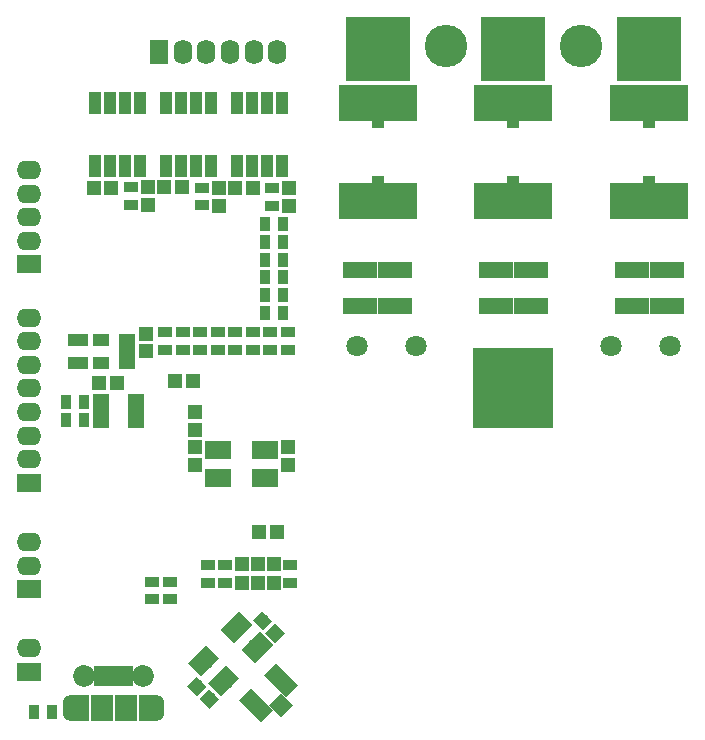
<source format=gbr>
G04 #@! TF.GenerationSoftware,KiCad,Pcbnew,(2017-08-25 revision dd37d0595)-makepkg*
G04 #@! TF.CreationDate,2018-04-16T21:33:22-04:00*
G04 #@! TF.ProjectId,VESC_6.4,564553435F362E342E6B696361645F70,rev?*
G04 #@! TF.SameCoordinates,Original*
G04 #@! TF.FileFunction,Soldermask,Bot*
G04 #@! TF.FilePolarity,Negative*
%FSLAX46Y46*%
G04 Gerber Fmt 4.6, Leading zero omitted, Abs format (unit mm)*
G04 Created by KiCad (PCBNEW (2017-08-25 revision dd37d0595)-makepkg) date 04/16/18 21:33:22*
%MOMM*%
%LPD*%
G01*
G04 APERTURE LIST*
%ADD10R,1.000000X1.000000*%
%ADD11R,6.600000X3.100000*%
%ADD12R,1.600000X2.300000*%
%ADD13O,1.600000X2.300000*%
%ADD14R,1.900000X2.300000*%
%ADD15C,1.850000*%
%ADD16R,0.800000X1.750000*%
%ADD17C,3.600000*%
%ADD18C,1.800000*%
%ADD19R,6.900000X6.900000*%
%ADD20R,5.400000X5.400000*%
%ADD21O,2.100000X1.600000*%
%ADD22R,2.100000X1.600000*%
%ADD23R,1.150000X1.200000*%
%ADD24R,1.200000X1.150000*%
%ADD25R,1.400000X2.900000*%
%ADD26R,2.900000X1.400000*%
%ADD27C,1.150000*%
%ADD28C,0.100000*%
%ADD29R,1.200000X1.200000*%
%ADD30O,1.600000X2.100000*%
%ADD31R,1.600000X2.100000*%
%ADD32R,1.700000X1.100000*%
%ADD33R,0.900000X1.300000*%
%ADD34R,1.300000X0.900000*%
%ADD35R,1.000000X1.950000*%
%ADD36C,1.400000*%
%ADD37R,2.200000X1.600000*%
%ADD38C,1.600000*%
%ADD39R,1.460000X1.050000*%
G04 APERTURE END LIST*
D10*
X166707400Y-73564900D03*
X166707400Y-78644900D03*
D11*
X166707400Y-80254900D03*
X166707400Y-71954900D03*
D12*
X135772480Y-123182900D03*
X129972480Y-123182900D03*
D13*
X129372480Y-123182900D03*
X136372480Y-123182900D03*
D14*
X133872480Y-123182900D03*
D15*
X130372480Y-120482900D03*
D16*
X132872480Y-120482900D03*
X132222480Y-120482900D03*
X131572480Y-120482900D03*
X134172480Y-120482900D03*
X133522480Y-120482900D03*
D15*
X135372480Y-120482900D03*
D14*
X131872480Y-123182900D03*
D17*
X160957400Y-67104900D03*
X172457400Y-67104900D03*
D18*
X174957400Y-92504900D03*
X179957400Y-92504900D03*
X158457400Y-92504900D03*
X153457400Y-92504900D03*
D19*
X166707400Y-96104900D03*
D20*
X178207400Y-67354900D03*
X166707400Y-67354900D03*
X155207400Y-67354900D03*
D21*
X125707400Y-118116600D03*
D22*
X125707400Y-120116600D03*
D23*
X147599400Y-102553200D03*
X147599400Y-101053200D03*
D24*
X138035600Y-95453200D03*
X139535600Y-95453200D03*
D23*
X139766040Y-99627120D03*
X139766040Y-98127120D03*
X139738100Y-102553200D03*
X139738100Y-101053200D03*
D24*
X146646900Y-108267500D03*
X145146900Y-108267500D03*
D23*
X135585200Y-91477400D03*
X135585200Y-92977400D03*
D24*
X131647500Y-95618300D03*
X133147500Y-95618300D03*
D25*
X134748400Y-97993200D03*
X131748400Y-97993200D03*
D24*
X143153700Y-79121000D03*
X144653700Y-79121000D03*
D23*
X147695402Y-79133000D03*
X147695402Y-80633000D03*
X141777202Y-79120300D03*
X141777202Y-80620300D03*
X135770102Y-80582200D03*
X135770102Y-79082200D03*
D26*
X156707400Y-86104900D03*
X156707400Y-89104900D03*
X153707400Y-89104900D03*
X153707400Y-86104900D03*
D24*
X138659300Y-79070200D03*
X137159300Y-79070200D03*
D26*
X168207400Y-86104900D03*
X168207400Y-89104900D03*
X165207400Y-89104900D03*
X165207400Y-86104900D03*
D24*
X131152200Y-79095600D03*
X132652200Y-79095600D03*
D26*
X176707400Y-86104900D03*
X176707400Y-89104900D03*
X179707400Y-89104900D03*
X179707400Y-86104900D03*
D27*
X140979630Y-122399530D03*
D28*
G36*
X141810480Y-122417208D02*
X140997308Y-123230380D01*
X140148780Y-122381852D01*
X140961952Y-121568680D01*
X141810480Y-122417208D01*
X141810480Y-122417208D01*
G37*
D27*
X139918970Y-121338870D03*
D28*
G36*
X140749820Y-121356548D02*
X139936648Y-122169720D01*
X139088120Y-121321192D01*
X139901292Y-120508020D01*
X140749820Y-121356548D01*
X140749820Y-121356548D01*
G37*
D27*
X146532600Y-116827300D03*
D28*
G36*
X145701750Y-116809622D02*
X146514922Y-115996450D01*
X147363450Y-116844978D01*
X146550278Y-117658150D01*
X145701750Y-116809622D01*
X145701750Y-116809622D01*
G37*
D27*
X145471940Y-115766640D03*
D28*
G36*
X144641090Y-115748962D02*
X145454262Y-114935790D01*
X146302790Y-115784318D01*
X145489618Y-116597490D01*
X144641090Y-115748962D01*
X144641090Y-115748962D01*
G37*
D29*
X146418300Y-110985400D03*
X146418300Y-112585400D03*
X143687800Y-112585400D03*
X143687800Y-110985400D03*
X145046700Y-112585400D03*
X145046700Y-110985400D03*
D30*
X146707400Y-67604900D03*
X144707400Y-67604900D03*
X142707400Y-67604900D03*
X140707400Y-67604900D03*
X138707400Y-67604900D03*
D31*
X136707400Y-67604900D03*
D21*
X125707400Y-90104900D03*
X125707400Y-92104900D03*
X125707400Y-94104900D03*
X125707400Y-96104900D03*
X125707400Y-98104900D03*
X125707400Y-100104900D03*
X125707400Y-102104900D03*
D22*
X125707400Y-104104900D03*
D21*
X125707400Y-109104900D03*
X125707400Y-111104900D03*
D22*
X125707400Y-113104900D03*
D21*
X125707400Y-77604900D03*
X125707400Y-79604900D03*
X125707400Y-81604900D03*
X125707400Y-83604900D03*
D22*
X125707400Y-85604900D03*
D32*
X129832100Y-93914000D03*
X129832100Y-92014000D03*
D33*
X127602680Y-123520200D03*
X126102680Y-123520200D03*
D34*
X136105900Y-112457800D03*
X136105900Y-113957800D03*
X137591800Y-113957800D03*
X137591800Y-112457800D03*
X147828000Y-112573500D03*
X147828000Y-111073500D03*
X142290800Y-111086200D03*
X142290800Y-112586200D03*
X140817600Y-112586200D03*
X140817600Y-111086200D03*
X147579310Y-91325000D03*
X147579310Y-92825000D03*
X146100800Y-92825000D03*
X146100800Y-91325000D03*
X137212272Y-91327304D03*
X137212272Y-92827304D03*
X138710872Y-92827304D03*
X138710872Y-91327304D03*
X140182100Y-91324626D03*
X140182100Y-92824626D03*
X141655300Y-92824626D03*
X141655300Y-91324626D03*
X143131047Y-92817555D03*
X143131047Y-91317555D03*
X144616947Y-91317555D03*
X144616947Y-92817555D03*
X146278600Y-79133000D03*
X146278600Y-80633000D03*
X140335000Y-79107600D03*
X140335000Y-80607600D03*
X134340600Y-79082200D03*
X134340600Y-80582200D03*
D33*
X145681000Y-82184498D03*
X147181000Y-82184498D03*
X145681000Y-83705700D03*
X147181000Y-83705700D03*
X147181700Y-85204300D03*
X145681700Y-85204300D03*
X145681000Y-86702900D03*
X147181000Y-86702900D03*
X145681000Y-88201500D03*
X147181000Y-88201500D03*
X147181000Y-89712800D03*
X145681000Y-89712800D03*
X130315400Y-97282000D03*
X128815400Y-97282000D03*
X128814402Y-98749728D03*
X130314402Y-98749728D03*
D35*
X143302400Y-77304900D03*
X144572400Y-77304900D03*
X145842400Y-77304900D03*
X147112400Y-77304900D03*
X147112400Y-71904900D03*
X145842400Y-71904900D03*
X144572400Y-71904900D03*
X143302400Y-71904900D03*
X137302400Y-71904900D03*
X138572400Y-71904900D03*
X139842400Y-71904900D03*
X141112400Y-71904900D03*
X141112400Y-77304900D03*
X139842400Y-77304900D03*
X138572400Y-77304900D03*
X137302400Y-77304900D03*
X131302400Y-77304900D03*
X132572400Y-77304900D03*
X133842400Y-77304900D03*
X135112400Y-77304900D03*
X135112400Y-71904900D03*
X133842400Y-71904900D03*
X132572400Y-71904900D03*
X131302400Y-71904900D03*
D36*
X147018060Y-122915560D03*
D28*
G36*
X148008009Y-122915560D02*
X147018060Y-123905509D01*
X146028111Y-122915560D01*
X147018060Y-121925611D01*
X148008009Y-122915560D01*
X148008009Y-122915560D01*
G37*
D36*
X147018060Y-120794240D03*
D28*
G36*
X148432274Y-121218504D02*
X147442324Y-122208454D01*
X145603846Y-120369976D01*
X146593796Y-119380026D01*
X148432274Y-121218504D01*
X148432274Y-121218504D01*
G37*
D36*
X144896740Y-122915560D03*
D28*
G36*
X146310954Y-123339824D02*
X145321004Y-124329774D01*
X143482526Y-122491296D01*
X144472476Y-121501346D01*
X146310954Y-123339824D01*
X146310954Y-123339824D01*
G37*
D37*
X145675100Y-103701700D03*
X141675100Y-103701700D03*
X141675100Y-101301700D03*
X145675100Y-101301700D03*
D38*
X142169615Y-120855342D03*
D28*
G36*
X141957483Y-122198845D02*
X140826112Y-121067474D01*
X142381747Y-119511839D01*
X143513118Y-120643210D01*
X141957483Y-122198845D01*
X141957483Y-122198845D01*
G37*
D38*
X144998042Y-118026915D03*
D28*
G36*
X144785910Y-119370418D02*
X143654539Y-118239047D01*
X145210174Y-116683412D01*
X146341545Y-117814783D01*
X144785910Y-119370418D01*
X144785910Y-119370418D01*
G37*
D38*
X143300985Y-116329858D03*
D28*
G36*
X143088853Y-117673361D02*
X141957482Y-116541990D01*
X143513117Y-114986355D01*
X144644488Y-116117726D01*
X143088853Y-117673361D01*
X143088853Y-117673361D01*
G37*
D38*
X140472558Y-119158285D03*
D28*
G36*
X140260426Y-120501788D02*
X139129055Y-119370417D01*
X140684690Y-117814782D01*
X141816061Y-118946153D01*
X140260426Y-120501788D01*
X140260426Y-120501788D01*
G37*
D11*
X155207400Y-71954900D03*
X155207400Y-80254900D03*
D10*
X155207400Y-78644900D03*
X155207400Y-73564900D03*
D11*
X178207400Y-71954900D03*
X178207400Y-80254900D03*
D10*
X178207400Y-78644900D03*
X178207400Y-73564900D03*
D39*
X131805500Y-92026700D03*
X131805500Y-93926700D03*
X134005500Y-93926700D03*
X134005500Y-92976700D03*
X134005500Y-92026700D03*
M02*

</source>
